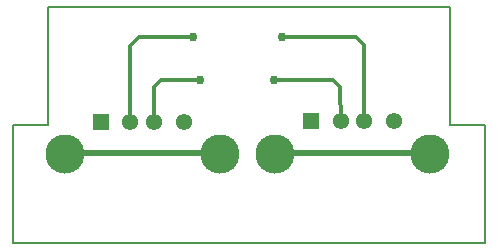
<source format=gbl>
G75*
%MOIN*%
%OFA0B0*%
%FSLAX25Y25*%
%IPPOS*%
%LPD*%
%AMOC8*
5,1,8,0,0,1.08239X$1,22.5*
%
%ADD10C,0.00600*%
%ADD11C,0.13055*%
%ADD12C,0.02000*%
%ADD13R,0.05433X0.05433*%
%ADD14C,0.05433*%
%ADD15C,0.02978*%
%ADD16C,0.01200*%
D10*
X0001300Y0012452D02*
X0158780Y0012452D01*
X0158780Y0051764D01*
X0146969Y0051764D01*
X0146969Y0091192D01*
X0013111Y0091192D01*
X0013111Y0051764D01*
X0001300Y0051764D01*
X0001300Y0012452D01*
D11*
X0018598Y0042260D03*
X0070330Y0042260D03*
X0088716Y0042260D03*
X0140448Y0042260D03*
D12*
X0134933Y0042506D02*
X0093988Y0042506D01*
X0065327Y0042506D02*
X0024382Y0042506D01*
D13*
X0030686Y0052940D03*
X0100722Y0053023D03*
D14*
X0110574Y0053023D03*
X0118442Y0053023D03*
X0128292Y0053023D03*
X0058256Y0052940D03*
X0048406Y0052940D03*
X0040538Y0052940D03*
D15*
X0063752Y0066915D03*
X0061389Y0081088D03*
X0088500Y0066915D03*
X0090900Y0081088D03*
D16*
X0090879Y0081151D02*
X0115822Y0081151D01*
X0118428Y0078545D01*
X0118468Y0053000D01*
X0110560Y0052950D02*
X0110519Y0064421D01*
X0108023Y0066917D01*
X0088469Y0066917D01*
X0063752Y0066915D02*
X0050778Y0066915D01*
X0048412Y0064549D01*
X0048412Y0052694D01*
X0040541Y0052630D02*
X0040541Y0078183D01*
X0043485Y0081127D01*
X0061530Y0081127D01*
M02*

</source>
